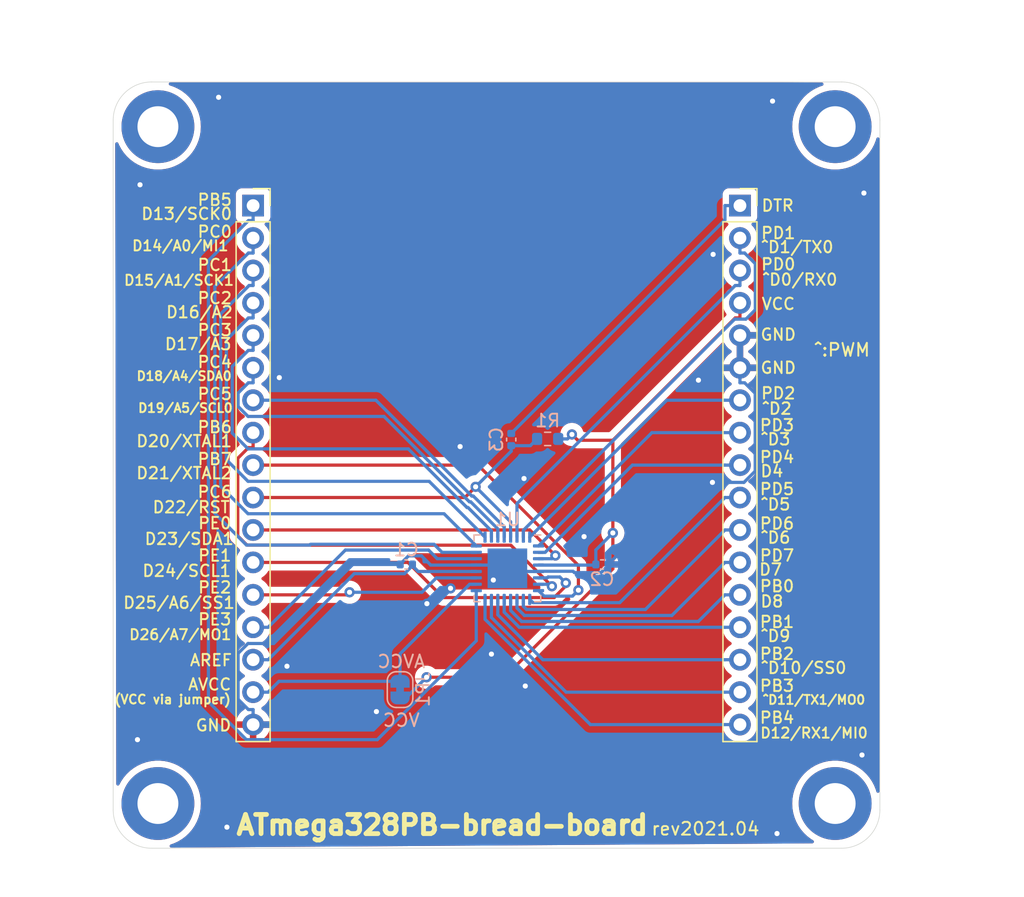
<source format=kicad_pcb>
(kicad_pcb (version 20221018) (generator pcbnew)
  (layers (0 "F.Cu" signal) (31 "B.Cu" signal) (34 "B.Paste" user) (35 "F.Paste" user) (36 "B.SilkS" user "B.Silkscreen") (37 "F.SilkS" user "F.Silkscreen") (38 "B.Mask" user) (39 "F.Mask" user) (44 "Edge.Cuts" user))
  (net 0 "")
  (net 1 "GND")
  (net 2 "/aref")
  (net 3 "VCC")
  (net 4 "/pb4")
  (net 5 "/pb3")
  (net 6 "/pb2")
  (net 7 "/pb1")
  (net 8 "/pb0")
  (net 9 "/pd7")
  (net 10 "/pd6")
  (net 11 "/pd5")
  (net 12 "/pd4")
  (net 13 "/pd3")
  (net 14 "/pd2")
  (net 15 "/pd1")
  (net 16 "/pd0")
  (net 17 "/pb6")
  (net 18 "/pe3")
  (net 19 "/pe2")
  (net 20 "/pe1")
  (net 21 "/pe0")
  (net 22 "/pc6")
  (net 23 "/pb7")
  (net 24 "/pc5")
  (net 25 "/pc4")
  (net 26 "/pc3")
  (net 27 "/pc2")
  (net 28 "/pc1")
  (net 29 "/pc0")
  (net 30 "/pb5")
  (net 31 "/avcc")
  (net 32 "/DTR")
  (footprint "Connector_PinSocket_2.54mm:PinSocket_1x17_P2.54mm_Vertical" (layer "F.Cu") (at 149.05 59.68)
    (fp_text reference "J1" hide)
    (fp_text value "Conn_01x17")
    (fp_line (start -1.33 1.27) (end -1.33 41.97) (stroke (width 0.12)) (layer "F.SilkS"))
    (fp_line (start -1.33 1.27) (end 1.33 1.27) (stroke (width 0.12)) (layer "F.SilkS"))
    (fp_line (start -1.33 41.97) (end 1.33 41.97) (stroke (width 0.12)) (layer "F.SilkS"))
    (fp_line (start 0 -1.33) (end 1.33 -1.33) (stroke (width 0.12)) (layer "F.SilkS"))
    (fp_line (start 1.33 -1.33) (end 1.33 0) (stroke (width 0.12)) (layer "F.SilkS"))
    (fp_line (start 1.33 1.27) (end 1.33 41.97) (stroke (width 0.12)) (layer "F.SilkS"))
    (pad "1" thru_hole rect (at 0 0) (size 1.7 1.7) (drill 1) (layers "*.Cu" "*.Mask") (net 32 "/DTR"))
    (pad "2" thru_hole oval (at 0 2.54) (size 1.7 1.7) (drill 1) (layers "*.Cu" "*.Mask") (net 15 "/pd1"))
    (pad "3" thru_hole oval (at 0 5.08) (size 1.7 1.7) (drill 1) (layers "*.Cu" "*.Mask") (net 16 "/pd0"))
    (pad "4" thru_hole oval (at 0 7.62) (size 1.7 1.7) (drill 1) (layers "*.Cu" "*.Mask") (net 3 "VCC"))
    (pad "5" thru_hole oval (at 0 10.16) (size 1.7 1.7) (drill 1) (layers "*.Cu" "*.Mask") (net 1 "GND"))
    (pad "6" thru_hole oval (at 0 12.7) (size 1.7 1.7) (drill 1) (layers "*.Cu" "*.Mask") (net 1 "GND"))
    (pad "7" thru_hole oval (at 0 15.24) (size 1.7 1.7) (drill 1) (layers "*.Cu" "*.Mask") (net 14 "/pd2"))
    (pad "8" thru_hole oval (at 0 17.78) (size 1.7 1.7) (drill 1) (layers "*.Cu" "*.Mask") (net 13 "/pd3"))
    (pad "9" thru_hole oval (at 0 20.32) (size 1.7 1.7) (drill 1) (layers "*.Cu" "*.Mask") (net 12 "/pd4"))
    (pad "10" thru_hole oval (at 0 22.86) (size 1.7 1.7) (drill 1) (layers "*.Cu" "*.Mask") (net 11 "/pd5"))
    (pad "11" thru_hole oval (at 0 25.4) (size 1.7 1.7) (drill 1) (layers "*.Cu" "*.Mask") (net 10 "/pd6"))
    (pad "12" thru_hole oval (at 0 27.94) (size 1.7 1.7) (drill 1) (layers "*.Cu" "*.Mask") (net 9 "/pd7"))
    (pad "13" thru_hole oval (at 0 30.48) (size 1.7 1.7) (drill 1) (layers "*.Cu" "*.Mask") (net 8 "/pb0"))
    (pad "14" thru_hole oval (at 0 33.02) (size 1.7 1.7) (drill 1) (layers "*.Cu" "*.Mask") (net 7 "/pb1"))
    (pad "15" thru_hole oval (at 0 35.56) (size 1.7 1.7) (drill 1) (layers "*.Cu" "*.Mask") (net 6 "/pb2"))
    (pad "16" thru_hole oval (at 0 38.1) (size 1.7 1.7) (drill 1) (layers "*.Cu" "*.Mask") (net 5 "/pb3"))
    (pad "17" thru_hole oval (at 0 40.64) (size 1.7 1.7) (drill 1) (layers "*.Cu" "*.Mask") (net 4 "/pb4"))
  )
  (footprint "Connector_PinSocket_2.54mm:PinSocket_1x17_P2.54mm_Vertical" (layer "F.Cu") (at 110.95 59.68)
    (fp_text reference "J2" hide)
    (fp_text value "Conn_01x17")
    (fp_line (start -1.33 1.27) (end -1.33 41.97) (stroke (width 0.12)) (layer "F.SilkS"))
    (fp_line (start -1.33 1.27) (end 1.33 1.27) (stroke (width 0.12)) (layer "F.SilkS"))
    (fp_line (start -1.33 41.97) (end 1.33 41.97) (stroke (width 0.12)) (layer "F.SilkS"))
    (fp_line (start 0 -1.33) (end 1.33 -1.33) (stroke (width 0.12)) (layer "F.SilkS"))
    (fp_line (start 1.33 -1.33) (end 1.33 0) (stroke (width 0.12)) (layer "F.SilkS"))
    (fp_line (start 1.33 1.27) (end 1.33 41.97) (stroke (width 0.12)) (layer "F.SilkS"))
    (pad "1" thru_hole rect (at 0 0) (size 1.7 1.7) (drill 1) (layers "*.Cu" "*.Mask") (net 30 "/pb5"))
    (pad "2" thru_hole oval (at 0 2.54) (size 1.7 1.7) (drill 1) (layers "*.Cu" "*.Mask") (net 29 "/pc0"))
    (pad "3" thru_hole oval (at 0 5.08) (size 1.7 1.7) (drill 1) (layers "*.Cu" "*.Mask") (net 28 "/pc1"))
    (pad "4" thru_hole oval (at 0 7.62) (size 1.7 1.7) (drill 1) (layers "*.Cu" "*.Mask") (net 27 "/pc2"))
    (pad "5" thru_hole oval (at 0 10.16) (size 1.7 1.7) (drill 1) (layers "*.Cu" "*.Mask") (net 26 "/pc3"))
    (pad "6" thru_hole oval (at 0 12.7) (size 1.7 1.7) (drill 1) (layers "*.Cu" "*.Mask") (net 25 "/pc4"))
    (pad "7" thru_hole oval (at 0 15.24) (size 1.7 1.7) (drill 1) (layers "*.Cu" "*.Mask") (net 24 "/pc5"))
    (pad "8" thru_hole oval (at 0 17.78) (size 1.7 1.7) (drill 1) (layers "*.Cu" "*.Mask") (net 17 "/pb6"))
    (pad "9" thru_hole oval (at 0 20.32) (size 1.7 1.7) (drill 1) (layers "*.Cu" "*.Mask") (net 23 "/pb7"))
    (pad "10" thru_hole oval (at 0 22.86) (size 1.7 1.7) (drill 1) (layers "*.Cu" "*.Mask") (net 22 "/pc6"))
    (pad "11" thru_hole oval (at 0 25.4) (size 1.7 1.7) (drill 1) (layers "*.Cu" "*.Mask") (net 21 "/pe0"))
    (pad "12" thru_hole oval (at 0 27.94) (size 1.7 1.7) (drill 1) (layers "*.Cu" "*.Mask") (net 20 "/pe1"))
    (pad "13" thru_hole oval (at 0 30.48) (size 1.7 1.7) (drill 1) (layers "*.Cu" "*.Mask") (net 19 "/pe2"))
    (pad "14" thru_hole oval (at 0 33.02) (size 1.7 1.7) (drill 1) (layers "*.Cu" "*.Mask") (net 18 "/pe3"))
    (pad "15" thru_hole oval (at 0 35.56) (size 1.7 1.7) (drill 1) (layers "*.Cu" "*.Mask") (net 2 "/aref"))
    (pad "16" thru_hole oval (at 0 38.1) (size 1.7 1.7) (drill 1) (layers "*.Cu" "*.Mask") (net 31 "/avcc"))
    (pad "17" thru_hole oval (at 0 40.64) (size 1.7 1.7) (drill 1) (layers "*.Cu" "*.Mask") (net 1 "GND"))
  )
  (footprint "MountingHole:MountingHole_3.2mm_M3_ISO7380_Pad" (layer "F.Cu") (at 103.5 106.5)
    (fp_text reference "REF1" hide)
    (fp_text value "MountingHole_3.2mm_M3_ISO7380_Pad" hide)
    (pad "1" thru_hole circle (at 0 0) (size 5.7 5.7) (drill 3.2) (layers "*.Cu" "*.Mask"))
  )
  (footprint "MountingHole:MountingHole_3.2mm_M3_ISO7380_Pad" (layer "F.Cu") (at 103.5 53.5)
    (fp_text reference "REF4" hide)
    (fp_text value "MountingHole_3.2mm_M3_ISO7380_Pad" hide)
    (pad "1" thru_hole circle (at 0 0) (size 5.7 5.7) (drill 3.2) (layers "*.Cu" "*.Mask"))
  )
  (footprint "MountingHole:MountingHole_3.2mm_M3_ISO7380_Pad" (layer "F.Cu") (at 156.5 106.5)
    (fp_text reference "REF2" hide)
    (fp_text value "MountingHole_3.2mm_M3_ISO7380_Pad")
    (pad "1" thru_hole circle (at 0 0) (size 5.7 5.7) (drill 3.2) (layers "*.Cu" "*.Mask"))
  )
  (footprint "MountingHole:MountingHole_3.2mm_M3_ISO7380_Pad" (layer "F.Cu") (at 156.5 53.5)
    (fp_text reference "REF3" hide)
    (fp_text value "MountingHole_3.2mm_M3_ISO7380_Pad" hide)
    (pad "1" thru_hole circle (at 0 0) (size 5.7 5.7) (drill 3.2) (layers "*.Cu" "*.Mask"))
  )
  (footprint "Capacitor_SMD:C_0402_1005Metric" (layer "B.Cu") (at 122.938 87.78 180)
    (fp_text reference "C1" (at 0 1.16) (layer "B.SilkS") (effects (justify mirror)))
    (fp_text value "0.1uf")
    (fp_line (start -0.107836 -0.36) (end 0.107836 -0.36) (stroke (width 0.12)) (layer "B.SilkS"))
    (fp_line (start -0.107836 0.36) (end 0.107836 0.36) (stroke (width 0.12)) (layer "B.SilkS"))
    (pad "1" smd roundrect (at -0.48 0 180) (size 0.56 0.62) (layers "B.Cu" "B.Paste" "B.Mask") (net 2 "/aref"))
    (pad "2" smd roundrect (at 0.48 0 180) (size 0.56 0.62) (layers "B.Cu" "B.Paste" "B.Mask") (net 1 "GND"))
  )
  (footprint "Capacitor_SMD:C_0402_1005Metric" (layer "B.Cu") (at 138.25 87.78)
    (fp_text reference "C2" (at 0 1.16) (layer "B.SilkS") (effects (justify mirror)))
    (fp_text value "0.1uf")
    (fp_line (start -0.107836 -0.36) (end 0.107836 -0.36) (stroke (width 0.12)) (layer "B.SilkS"))
    (fp_line (start -0.107836 0.36) (end 0.107836 0.36) (stroke (width 0.12)) (layer "B.SilkS"))
    (pad "1" smd roundrect (at -0.48 0) (size 0.56 0.62) (layers "B.Cu" "B.Paste" "B.Mask") (net 3 "VCC"))
    (pad "2" smd roundrect (at 0.48 0) (size 0.56 0.62) (layers "B.Cu" "B.Paste" "B.Mask") (net 1 "GND"))
  )
  (footprint "Jumper:SolderJumper-2_P1.3mm_Bridged_RoundedPad1.0x1.5mm" (layer "B.Cu") (at 122.45 97.58 90)
    (fp_text reference "JP1" (at 0 1.8 90) (layer "B.SilkS") (effects (justify mirror)))
    (fp_text value "NC")
    (fp_poly (pts (xy 0.25 0.3) (xy -0.25 0.3) (xy -0.25 -0.3) (xy 0.25 -0.3)) (fill solid) (layer "B.Cu"))
    (fp_line (start -1.4 -0.3) (end -1.4 0.3) (stroke (width 0.12)) (layer "B.SilkS"))
    (fp_line (start -0.7 1) (end 0.7 1) (stroke (width 0.12)) (layer "B.SilkS"))
    (fp_line (start 0.7 -1) (end -0.7 -1) (stroke (width 0.12)) (layer "B.SilkS"))
    (fp_line (start 1.4 0.3) (end 1.4 -0.3) (stroke (width 0.12)) (layer "B.SilkS"))
    (fp_arc (start -1.4 -0.3) (mid -1.194975 -0.794975) (end -0.7 -1) (stroke (width 0.12)) (layer "B.SilkS"))
    (fp_arc (start -0.7 1) (mid -1.194975 0.794975) (end -1.4 0.3) (stroke (width 0.12)) (layer "B.SilkS"))
    (fp_arc (start 0.7 -1) (mid 1.194975 -0.794975) (end 1.4 -0.3) (stroke (width 0.12)) (layer "B.SilkS"))
    (fp_arc (start 1.4 0.3) (mid 1.194975 0.794975) (end 0.7 1) (stroke (width 0.12)) (layer "B.SilkS"))
    (pad "1" smd custom (at -0.65 0 90) (size 1 0.5) (layers "B.Cu" "B.Mask") (net 3 "VCC") (options (clearance outline) (anchor rect)) (primitives (gr_circle (center 0 -0.25) (end 0.5 -0.25) (width 0) (fill yes)) (gr_circle (center 0 0.25) (end 0.5 0.25) (width 0) (fill yes)) (gr_poly (pts (xy 0 0.75) (xy 0.5 0.75) (xy 0.5 -0.75) (xy 0 -0.75)) (width 0) (fill yes))))
    (pad "2" smd custom (at 0.65 0 90) (size 1 0.5) (layers "B.Cu" "B.Mask") (net 31 "/avcc") (options (clearance outline) (anchor rect)) (primitives (gr_circle (center 0 -0.25) (end 0.5 -0.25) (width 0) (fill yes)) (gr_circle (center 0 0.25) (end 0.5 0.25) (width 0) (fill yes)) (gr_poly (pts (xy 0 0.75) (xy -0.5 0.75) (xy -0.5 -0.75) (xy 0 -0.75)) (width 0) (fill yes))))
  )
  (footprint "Package_DFN_QFN:QFN-32-1EP_5x5mm_P0.5mm_EP3.1x3.1mm" (layer "B.Cu") (at 130.85 88.08 180)
    (fp_text reference "U1" (at 0 3.82) (layer "B.SilkS") (effects (justify mirror)))
    (fp_text value "ATmega328PB-MU")
    (fp_line (start -2.61 -2.61) (end -2.61 -2.135) (stroke (width 0.12)) (layer "B.SilkS"))
    (fp_line (start -2.135 -2.61) (end -2.61 -2.61) (stroke (width 0.12)) (layer "B.SilkS"))
    (fp_line (start -2.135 2.61) (end -2.61 2.61) (stroke (width 0.12)) (layer "B.SilkS"))
    (fp_line (start 2.135 -2.61) (end 2.61 -2.61) (stroke (width 0.12)) (layer "B.SilkS"))
    (fp_line (start 2.135 2.61) (end 2.61 2.61) (stroke (width 0.12)) (layer "B.SilkS"))
    (fp_line (start 2.61 -2.61) (end 2.61 -2.135) (stroke (width 0.12)) (layer "B.SilkS"))
    (fp_line (start 2.61 2.61) (end 2.61 2.135) (stroke (width 0.12)) (layer "B.SilkS"))
    (pad "1" smd roundrect (at -2.4375 1.75 180) (size 0.875 0.25) (layers "B.Cu" "B.Paste" "B.Mask") (net 13 "/pd3"))
    (pad "2" smd roundrect (at -2.4375 1.25 180) (size 0.875 0.25) (layers "B.Cu" "B.Paste" "B.Mask") (net 12 "/pd4"))
    (pad "3" smd roundrect (at -2.4375 0.75 180) (size 0.875 0.25) (layers "B.Cu" "B.Paste" "B.Mask") (net 21 "/pe0"))
    (pad "4" smd roundrect (at -2.4375 0.25 180) (size 0.875 0.25) (layers "B.Cu" "B.Paste" "B.Mask") (net 3 "VCC"))
    (pad "5" smd roundrect (at -2.4375 -0.25 180) (size 0.875 0.25) (layers "B.Cu" "B.Paste" "B.Mask") (net 1 "GND"))
    (pad "6" smd roundrect (at -2.4375 -0.75 180) (size 0.875 0.25) (layers "B.Cu" "B.Paste" "B.Mask") (net 20 "/pe1"))
    (pad "7" smd roundrect (at -2.4375 -1.25 180) (size 0.875 0.25) (layers "B.Cu" "B.Paste" "B.Mask") (net 17 "/pb6"))
    (pad "8" smd roundrect (at -2.4375 -1.75 180) (size 0.875 0.25) (layers "B.Cu" "B.Paste" "B.Mask") (net 23 "/pb7"))
    (pad "9" smd roundrect (at -1.75 -2.4375 180) (size 0.25 0.875) (layers "B.Cu" "B.Paste" "B.Mask") (net 11 "/pd5"))
    (pad "10" smd roundrect (at -1.25 -2.4375 180) (size 0.25 0.875) (layers "B.Cu" "B.Paste" "B.Mask") (net 10 "/pd6"))
    (pad "11" smd roundrect (at -0.75 -2.4375 180) (size 0.25 0.875) (layers "B.Cu" "B.Paste" "B.Mask") (net 9 "/pd7"))
    (pad "12" smd roundrect (at -0.25 -2.4375 180) (size 0.25 0.875) (layers "B.Cu" "B.Paste" "B.Mask") (net 8 "/pb0"))
    (pad "13" smd roundrect (at 0.25 -2.4375 180) (size 0.25 0.875) (layers "B.Cu" "B.Paste" "B.Mask") (net 7 "/pb1"))
    (pad "14" smd roundrect (at 0.75 -2.4375 180) (size 0.25 0.875) (layers "B.Cu" "B.Paste" "B.Mask") (net 6 "/pb2"))
    (pad "15" smd roundrect (at 1.25 -2.4375 180) (size 0.25 0.875) (layers "B.Cu" "B.Paste" "B.Mask") (net 5 "/pb3"))
    (pad "16" smd roundrect (at 1.75 -2.4375 180) (size 0.25 0.875) (layers "B.Cu" "B.Paste" "B.Mask") (net 4 "/pb4"))
    (pad "17" smd roundrect (at 2.4375 -1.75 180) (size 0.875 0.25) (layers "B.Cu" "B.Paste" "B.Mask") (net 30 "/pb5"))
    (pad "18" smd roundrect (at 2.4375 -1.25 180) (size 0.875 0.25) (layers "B.Cu" "B.Paste" "B.Mask") (net 31 "/avcc"))
    (pad "19" smd roundrect (at 2.4375 -0.75 180) (size 0.875 0.25) (layers "B.Cu" "B.Paste" "B.Mask") (net 19 "/pe2"))
    (pad "20" smd roundrect (at 2.4375 -0.25 180) (size 0.875 0.25) (layers "B.Cu" "B.Paste" "B.Mask") (net 2 "/aref"))
    (pad "21" smd roundrect (at 2.4375 0.25 180) (size 0.875 0.25) (layers "B.Cu" "B.Paste" "B.Mask") (net 1 "GND"))
    (pad "22" smd roundrect (at 2.4375 0.75 180) (size 0.875 0.25) (layers "B.Cu" "B.Paste" "B.Mask") (net 18 "/pe3"))
    (pad "23" smd roundrect (at 2.4375 1.25 180) (size 0.875 0.25) (layers "B.Cu" "B.Paste" "B.Mask") (net 29 "/pc0"))
    (pad "24" smd roundrect (at 2.4375 1.75 180) (size 0.875 0.25) (layers "B.Cu" "B.Paste" "B.Mask") (net 28 "/pc1"))
    (pad "25" smd roundrect (at 1.75 2.4375 180) (size 0.25 0.875) (layers "B.Cu" "B.Paste" "B.Mask") (net 27 "/pc2"))
    (pad "26" smd roundrect (at 1.25 2.4375 180) (size 0.25 0.875) (layers "B.Cu" "B.Paste" "B.Mask") (net 26 "/pc3"))
    (pad "27" smd roundrect (at 0.75 2.4375 180) (size 0.25 0.875) (layers "B.Cu" "B.Paste" "B.Mask") (net 25 "/pc4"))
    (pad "28" smd roundrect (at 0.25 2.4375 180) (size 0.25 0.875) (layers "B.Cu" "B.Paste" "B.Mask") (net 24 "/pc5"))
    (pad "29" smd roundrect (at -0.25 2.4375 180) (size 0.25 0.875) (layers "B.Cu" "B.Paste" "B.Mask") (net 22 "/pc6"))
    (pad "30" smd roundrect (at -0.75 2.4375 180) (size 0.25 0.875) (layers "B.Cu" "B.Paste" "B.Mask") (net 16 "/pd0"))
    (pad "31" smd roundrect (at -1.25 2.4375 180) (size 0.25 0.875) (layers "B.Cu" "B.Paste" "B.Mask") (net 15 "/pd1"))
    (pad "32" smd roundrect (at -1.75 2.4375 180) (size 0.25 0.875) (layers "B.Cu" "B.Paste" "B.Mask") (net 14 "/pd2"))
    (pad "33" smd rect (at 0 0 180) (size 3.1 3.1) (layers "B.Cu" "B.Mask") (net 1 "GND"))
  )
  (footprint "Capacitor_SMD:C_0402_1005Metric" (layer "B.Cu") (at 131.15 78 -90)
    (fp_text reference "C3" (at 0 1.16 90) (layer "B.SilkS") (effects (justify mirror)))
    (fp_text value "0.1uf")
    (fp_line (start -0.107836 -0.36) (end 0.107836 -0.36) (stroke (width 0.12)) (layer "B.SilkS"))
    (fp_line (start -0.107836 0.36) (end 0.107836 0.36) (stroke (width 0.12)) (layer "B.SilkS"))
    (pad "1" smd roundrect (at -0.48 0 270) (size 0.56 0.62) (layers "B.Cu" "B.Paste" "B.Mask") (net 32 "/DTR"))
    (pad "2" smd roundrect (at 0.48 0 270) (size 0.56 0.62) (layers "B.Cu" "B.Paste" "B.Mask") (net 22 "/pc6"))
  )
  (footprint "Resistor_SMD:R_0603_1608Metric" (layer "B.Cu") (at 134 77.95 180)
    (fp_text reference "R1" (at 0 1.43) (layer "B.SilkS") (effects (justify mirror)))
    (fp_text value "10k")
    (fp_line (start -0.237258 -0.5225) (end 0.237258 -0.5225) (stroke (width 0.12)) (layer "B.SilkS"))
    (fp_line (start -0.237258 0.5225) (end 0.237258 0.5225) (stroke (width 0.12)) (layer "B.SilkS"))
    (pad "1" smd roundrect (at -0.825 0 180) (size 0.8 0.95) (layers "B.Cu" "B.Paste" "B.Mask") (net 3 "VCC"))
    (pad "2" smd roundrect (at 0.825 0 180) (size 0.8 0.95) (layers "B.Cu" "B.Paste" "B.Mask") (net 22 "/pc6"))
  )
  (gr_arc (start 103 110) (mid 100.87868 109.12132) (end 100 107) (stroke (width 0.05)) (layer "Edge.Cuts"))
  (gr_line (start 103 110) (end 157 110) (stroke (width 0.05)) (layer "Edge.Cuts"))
  (gr_arc (start 100 53) (mid 100.87868 50.87868) (end 103 50) (stroke (width 0.05)) (layer "Edge.Cuts"))
  (gr_arc (start 160 107) (mid 159.12132 109.12132) (end 157 110) (stroke (width 0.05)) (layer "Edge.Cuts"))
  (gr_line (start 160 107) (end 160 53) (stroke (width 0.05)) (layer "Edge.Cuts"))
  (gr_arc (start 157 50) (mid 159.12132 50.87868) (end 160 53) (stroke (width 0.05)) (layer "Edge.Cuts"))
  (gr_line (start 157 50) (end 103 50) (stroke (width 0.05)) (layer "Edge.Cuts"))
  (gr_line (start 100 53) (end 100 107) (stroke (width 0.05)) (layer "Edge.Cuts"))
  (gr_text "VCC" (at 122.55 99.98) (layer "B.SilkS") (effects (font (size 1 1)) (justify mirror)))
  (gr_text "AVCC" (at 122.55 95.38) (layer "B.SilkS") (effects (font (size 1 1)) (justify mirror)))
  (gr_text "^D3" (at 151.85 77.98) (layer "F.SilkS") (effects (font (size 0.9 0.9))))
  (gr_text "GND" (at 107.85 100.38) (layer "F.SilkS") (effects (font (size 0.9 0.9))))
  (gr_text "DTR" (at 152 59.68) (layer "F.SilkS") (effects (font (size 0.9 0.9))))
  (gr_text "PB6" (at 107.95 77.03) (layer "F.SilkS") (effects (font (size 0.9 0.9))))
  (gr_text "D8" (at 151.55 90.68) (layer "F.SilkS") (effects (font (size 0.9 0.9))))
  (gr_text "PB5" (at 107.95 59.23) (layer "F.SilkS") (effects (font (size 0.9 0.9))))
  (gr_text "PC2" (at 107.95 66.93) (layer "F.SilkS") (effects (font (size 0.9 0.9))))
  (gr_text "PD5" (at 151.95 81.88) (layer "F.SilkS") (effects (font (size 0.9 0.9))))
  (gr_text "^D9" (at 151.85 93.38) (layer "F.SilkS") (effects (font (size 0.9 0.9))))
  (gr_text "D25/A6/SS1" (at 105.15 90.78) (layer "F.SilkS") (effects (font (size 0.9 0.9))))
  (gr_text "D26/A7/MO1" (at 105.25 93.28) (layer "F.SilkS") (effects (font (size 0.8 0.8))))
  (gr_text "PC5" (at 107.95 74.43) (layer "F.SilkS") (effects (font (size 0.9 0.9))))
  (gr_text "PD7" (at 151.95 87.08) (layer "F.SilkS") (effects (font (size 0.9 0.9))))
  (gr_text "PB0" (at 151.95 89.48) (layer "F.SilkS") (effects (font (size 0.9 0.9))))
  (gr_text "PC4" (at 107.95 71.93) (layer "F.SilkS") (effects (font (size 0.9 0.9))))
  (gr_text "^D6" (at 151.85 85.68) (layer "F.SilkS") (effects (font (size 0.9 0.9))))
  (gr_text "D17/A3" (at 106.65 70.53) (layer "F.SilkS") (effects (font (size 0.9 0.9))))
  (gr_text "PD1" (at 152.05 61.83) (layer "F.SilkS") (effects (font (size 0.9 0.9))))
  (gr_text "^D10/SS0" (at 154.05 95.88) (layer "F.SilkS") (effects (font (size 0.9 0.9))))
  (gr_text "PB3" (at 151.95 97.28) (layer "F.SilkS") (effects (font (size 0.9 0.9))))
  (gr_text "AREF" (at 107.65 95.28) (layer "F.SilkS") (effects (font (size 0.9 0.9))))
  (gr_text "D22/RST" (at 106.1 83.3) (layer "F.SilkS") (effects (font (size 0.9 0.9))))
  (gr_text "PE2" (at 107.95 89.58) (layer "F.SilkS") (effects (font (size 0.9 0.9))))
  (gr_text "^D1/TX0" (at 153.55 62.93) (layer "F.SilkS") (effects (font (size 0.9 0.9))))
  (gr_text "AVCC" (at 107.55 97.18) (layer "F.SilkS") (effects (font (size 0.9 0.9))))
  (gr_text "^:PWM" (at 157.05 70.98) (layer "F.SilkS") (effects (font (size 1 1))))
  (gr_text "PE3" (at 107.95 92.08) (layer "F.SilkS") (effects (font (size 0.9 0.9))))
  (gr_text "PC3" (at 107.95 69.43) (layer "F.SilkS") (effects (font (size 0.9 0.9))))
  (gr_text "^D11/TX1/MO0" (at 154.85 98.38) (layer "F.SilkS") (effects (font (size 0.7 0.7))))
  (gr_text "D4" (at 151.55 80.48) (layer "F.SilkS") (effects (font (size 0.9 0.9))))
  (gr_text "PD2" (at 152.05 74.38) (layer "F.SilkS") (effects (font (size 0.9 0.9))))
  (gr_text "D7" (at 151.45 88.18) (layer "F.SilkS") (effects (font (size 0.9 0.9))))
  (gr_text "^D5" (at 151.85 83.08) (layer "F.SilkS") (effects (font (size 0.9 0.9))))
  (gr_text "rev2021.04" (at 146.35 108.48) (layer "F.SilkS") (effects (font (size 1 1))))
  (gr_text "GND" (at 152.05 72.38) (layer "F.SilkS") (effects (font (size 0.9 0.9))))
  (gr_text "D20/XTAL1" (at 105.55 78.13) (layer "F.SilkS") (effects (font (size 0.9 0.9))))
  (gr_text "D13/SCK0" (at 105.75 60.33) (layer "F.SilkS") (effects (font (size 0.9 0.9))))
  (gr_text "PD3" (at 151.95 76.88) (layer "F.SilkS") (effects (font (size 0.9 0.9))))
  (gr_text "PB2" (at 151.95 94.78) (layer "F.SilkS") (effects (font (size 0.9 0.9))))
  (gr_text "D12/RX1/MI0" (at 154.85 100.98) (layer "F.SilkS") (effects (font (size 0.8 0.8))))
  (gr_text "GND" (at 152.05 69.78) (layer "F.SilkS") (effects (font (size 0.9 0.9))))
  (gr_text "D16/A2" (at 106.75 68.03) (layer "F.SilkS") (effects (font (size 0.9 0.9))))
  (gr_text "PD0" (at 152.05 64.28) (layer "F.SilkS") (effects (font (size 0.9 0.9))))
  (gr_text "D14/A0/MI1" (at 105.25 62.83) (layer "F.SilkS") (effects (font (size 0.8 0.8))))
  (gr_text "PE1" (at 107.95 87.08) (layer "F.SilkS") (effects (font (size 0.9 0.9))))
  (gr_text "^D0/RX0" (at 153.75 65.48) (layer "F.SilkS") (effects (font (size 0.9 0.9))))
  (gr_text "D19/A5/SCL0" (at 105.65 75.53) (layer "F.SilkS") (effects (font (size 0.7 0.7))))
  (gr_text "PB7" (at 107.95 79.53) (layer "F.SilkS") (effects (font (size 0.9 0.9))))
  (gr_text "PD6" (at 151.95 84.58) (layer "F.SilkS") (effects (font (size 0.9 0.9))))
  (gr_text "ATmega328PB-bread-board" (at 125.75 108.18) (layer "F.SilkS") (effects (font (size 1.5 1.5) (thickness 0.375))))
  (gr_text "D18/A4/SDA0" (at 105.55 73.03) (layer "F.SilkS") (effects (font (size 0.7 0.7))))
  (gr_text "^D2" (at 151.95 75.58) (layer "F.SilkS") (effects (font (size 0.9 0.9))))
  (gr_text "PB1" (at 151.95 92.28) (layer "F.SilkS") (effects (font (size 0.9 0.9))))
  (gr_text "(VCC via jumper)" (at 104.65 98.35) (layer "F.SilkS") (effects (font (size 0.7 0.7))))
  (gr_text "PC6" (at 107.95 82.1) (layer "F.SilkS") (effects (font (size 0.9 0.9))))
  (gr_text "PB4" (at 151.95 99.78) (layer "F.SilkS") (effects (font (size 0.9 0.9))))
  (gr_text "PC1" (at 107.95 64.33) (layer "F.SilkS") (effects (font (size 0.9 0.9))))
  (gr_text "PE0" (at 107.95 84.55) (layer "F.SilkS") (effects (font (size 0.9 0.9))))
  (gr_text "D24/SCL1" (at 105.75 88.28) (layer "F.SilkS") (effects (font (size 0.9 0.9))))
  (gr_text "VCC" (at 152.05 67.38) (layer "F.SilkS") (effects (font (size 0.9 0.9))))
  (gr_text "D21/XTAL2" (at 105.55 80.63) (layer "F.SilkS") (effects (font (size 0.9 0.9))))
  (gr_text "D15/A1/SCK1" (at 105.15 65.53) (layer "F.SilkS") (effects (font (size 0.8 0.8))))
  (gr_text "PC0" (at 107.95 61.73) (layer "F.SilkS") (effects (font (size 0.9 0.9))))
  (gr_text "PD4" (at 151.95 79.38) (layer "F.SilkS") (effects (font (size 0.9 0.9))))
  (gr_text "D23/SDA1" (at 105.95 85.78) (layer "F.SilkS") (effects (font (size 0.9 0.9))))
  (segment (start 149.05 69.84) (end 149.05 72.38) (width 0.25) (layer "F.Cu") (net 1))
  (via (at 158.6 102.7) (size 0.8) (drill 0.4) (layers "F.Cu" "B.Cu") (net 1))
  (via (at 151.95 108.85) (size 0.8) (drill 0.4) (layers "F.Cu" "B.Cu") (net 1))
  (via (at 132.25 97.3) (size 0.8) (drill 0.4) (layers "F.Cu" "B.Cu") (net 1))
  (via (at 113 73.15) (size 0.8) (drill 0.4) (layers "F.Cu" "B.Cu") (net 1))
  (via (at 126.4 89.65) (size 0.8) (drill 0.4) (layers "F.Cu" "B.Cu") (net 1))
  (via (at 127.15 78.55) (size 0.8) (drill 0.4) (layers "F.Cu" "B.Cu") (net 1))
  (via (at 151.6 51.5) (size 0.8) (drill 0.4) (layers "F.Cu" "B.Cu") (net 1))
  (via (at 101.9 101.5) (size 0.8) (drill 0.4) (layers "F.Cu" "B.Cu") (net 1))
  (via (at 146.95 63.5) (size 0.8) (drill 0.4) (layers "F.Cu" "B.Cu") (net 1))
  (via (at 136.85 85.6) (size 0.8) (drill 0.4) (layers "F.Cu" "B.Cu") (net 1))
  (via (at 108.25 51.2) (size 0.8) (drill 0.4) (layers "F.Cu" "B.Cu") (net 1))
  (via (at 108.9 108.35) (size 0.8) (drill 0.4) (layers "F.Cu" "B.Cu") (net 1))
  (via (at 146.8958 81.3542) (size 0.8) (drill 0.4) (layers "F.Cu" "B.Cu") (net 1))
  (via (at 120.6 99.3) (size 0.8) (drill 0.4) (layers "F.Cu" "B.Cu") (net 1))
  (via (at 113.6 95.75) (size 0.8) (drill 0.4) (layers "F.Cu" "B.Cu") (net 1))
  (via (at 158.75 58.7) (size 0.8) (drill 0.4) (layers "F.Cu" "B.Cu") (net 1))
  (via (at 145.8 73.35) (size 0.8) (drill 0.4) (layers "F.Cu" "B.Cu") (net 1))
  (via (at 102.1 58.05) (size 0.8) (drill 0.4) (layers "F.Cu" "B.Cu") (net 1))
  (via (at 129.6 94.8) (size 0.8) (drill 0.4) (layers "F.Cu" "B.Cu") (net 1))
  (via (at 124.55 90.85) (size 0.8) (drill 0.4) (layers "F.Cu" "B.Cu") (net 1))
  (via (at 132.15 81.05) (size 0.8) (drill 0.4) (layers "F.Cu" "B.Cu") (net 1))
  (via (at 129.75 89) (size 0.8) (drill 0.4) (layers "F.Cu" "B.Cu") (net 1))
  (segment (start 146.8958 81.3542) (end 145.1558 81.3542) (width 0.25) (layer "B.Cu") (net 1))
  (segment (start 138.73 87.78) (end 138.73 87.8653) (width 0.25) (layer "B.Cu") (net 1))
  (segment (start 136.0939 88.4185) (end 135.9872 88.3118) (width 0.25) (layer "B.Cu") (net 1))
  (segment (start 109.7747 94.7437) (end 110.5484 93.97) (width 0.25) (layer "B.Cu") (net 1))
  (segment (start 124.8488 87.83) (end 128.4125 87.83) (width 0.25) (layer "B.Cu") (net 1))
  (segment (start 110.95 100.32) (end 110.95 99.1447) (width 0.25) (layer "B.Cu") (net 1))
  (segment (start 110.95 99.1447) (end 110.5826 99.1447) (width 0.25) (layer "B.Cu") (net 1))
  (segment (start 150.2436 74.3816) (end 150.2436 80.4722) (width 0.25) (layer "B.Cu") (net 1))
  (segment (start 149.05 73.5553) (end 149.4173 73.5553) (width 0.25) (layer "B.Cu") (net 1))
  (segment (start 138.73 87.8653) (end 138.1768 88.4185) (width 0.25) (layer "B.Cu") (net 1))
  (segment (start 124.1227 87.1039) (end 124.8488 87.83) (width 0.25) (layer "B.Cu") (net 1))
  (segment (start 122.458 87.7598) (end 123.1139 87.1039) (width 0.25) (layer "B.Cu") (net 1))
  (segment (start 149.3616 81.3542) (end 146.8958 81.3542) (width 0.25) (layer "B.Cu") (net 1))
  (segment (start 109.7747 98.3368) (end 109.7747 94.7437) (width 0.25) (layer "B.Cu") (net 1))
  (segment (start 135.9872 88.3118) (end 133.3057 88.3118) (width 0.25) (layer "B.Cu") (net 1))
  (segment (start 138.1768 88.4185) (end 136.0939 88.4185) (width 0.25) (layer "B.Cu") (net 1))
  (segment (start 145.1558 81.3542) (end 138.73 87.78) (width 0.25) (layer "B.Cu") (net 1))
  (segment (start 130.85 88.08) (end 131.1 88.33) (width 0.25) (layer "B.Cu") (net 1))
  (segment (start 131.1 88.33) (end 133.2875 88.33) (width 0.25) (layer "B.Cu") (net 1))
  (segment (start 110.5826 99.1447) (end 109.7747 98.3368) (width 0.25) (layer "B.Cu") (net 1))
  (segment (start 123.1139 87.1039) (end 124.1227 87.1039) (width 0.25) (layer "B.Cu") (net 1))
  (segment (start 112.562 93.97) (end 118.752 87.78) (width 0.25) (layer "B.Cu") (net 1))
  (segment (start 128.4125 87.83) (end 130.6 87.83) (width 0.25) (layer "B.Cu") (net 1))
  (segment (start 150.2436 80.4722) (end 149.3616 81.3542) (width 0.25) (layer "B.Cu") (net 1))
  (segment (start 149.4173 73.5553) (end 150.2436 74.3816) (width 0.25) (layer "B.Cu") (net 1))
  (segment (start 110.5484 93.97) (end 112.562 93.97) (width 0.25) (layer "B.Cu") (net 1))
  (segment (start 149.05 72.38) (end 149.05 73.5553) (width 0.25) (layer "B.Cu") (net 1))
  (segment (start 130.6 87.83) (end 130.85 88.08) (width 0.25) (layer "B.Cu") (net 1))
  (segment (start 122.458 87.78) (end 122.458 87.7598) (width 0.25) (layer "B.Cu") (net 1))
  (segment (start 133.3057 88.3118) (end 133.2875 88.33) (width 0.25) (layer "B.Cu") (net 1))
  (segment (start 118.752 87.78) (end 122.458 87.78) (width 0.25) (layer "B.Cu") (net 1))
  (segment (start 123.868 88.33) (end 128.4125 88.33) (width 0.25) (layer "B.Cu") (net 2))
  (segment (start 123.418 87.88) (end 123.418 87.78) (width 0.25) (layer "B.Cu") (net 2))
  (segment (start 122.7968 88.5012) (end 123.418 87.88) (width 0.25) (layer "B.Cu") (net 2))
  (segment (start 123.418 87.88) (end 123.868 88.33) (width 0.25) (layer "B.Cu") (net 2))
  (segment (start 118.8641 88.5012) (end 122.7968 88.5012) (width 0.25) (layer "B.Cu") (net 2))
  (segment (start 110.95 95.24) (end 112.1253 95.24) (width 0.25) (layer "B.Cu") (net 2))
  (segment (start 112.1253 95.24) (end 118.8641 88.5012) (width 0.25) (layer "B.Cu") (net 2))
  (segment (start 135.9 77.6) (end 136.3547 78.0547) (width 0.25) (layer "F.Cu") (net 3))
  (segment (start 130.6118 96.6136) (end 139.1033 88.1221) (width 0.25) (layer "F.Cu") (net 3))
  (segment (start 136.3547 78.0547) (end 139.1033 78.0547) (width 0.25) (layer "F.Cu") (net 3))
  (segment (start 149.05 67.3) (end 149.05 68.4753) (width 0.25) (layer "F.Cu") (net 3))
  (segment (start 139.1033 88.1221) (end 139.1033 85.313) (width 0.25) (layer "F.Cu") (net 3))
  (segment (start 149.05 68.4753) (end 148.6827 68.4753) (width 0.25) (layer "F.Cu") (net 3))
  (segment (start 124.5244 96.6136) (end 130.6118 96.6136) (width 0.25) (layer "F.Cu") (net 3))
  (segment (start 148.6827 68.4753) (end 139.1033 78.0547) (width 0.25) (layer "F.Cu") (net 3))
  (segment (start 139.1033 78.0547) (end 139.1033 85.313) (width 0.25) (layer "F.Cu") (net 3))
  (via (at 139.1033 85.313) (size 0.8) (drill 0.4) (layers "F.Cu" "B.Cu") (net 3))
  (via (at 124.5244 96.6136) (size 0.8) (drill 0.4) (layers "F.Cu" "B.Cu") (net 3))
  (via (at 135.9 77.6) (size 0.8) (drill 0.4) (layers "F.Cu" "B.Cu") (net 3))
  (segment (start 122.45 98.23) (end 122.908 98.23) (width 0.25) (layer "B.Cu") (net 3))
  (segment (start 134.825 77.95) (end 135.55 77.95) (width 0.25) (layer "B.Cu") (net 3))
  (segment (start 137.72 87.83) (end 133.2875 87.83) (width 0.25) (layer "B.Cu") (net 3))
  (segment (start 139.1033 85.313) (end 137.77 86.6463) (width 0.25) (layer "B.Cu") (net 3))
  (segment (start 137.77 86.6463) (end 137.77 87.78) (width 0.25) (layer "B.Cu") (net 3))
  (segment (start 135.55 77.95) (end 135.9 77.6) (width 0.25) (layer "B.Cu") (net 3))
  (segment (start 137.77 87.78) (end 137.72 87.83) (width 0.25) (layer "B.Cu") (net 3))
  (segment (start 122.908 98.23) (end 124.5244 96.6136) (width 0.25) (layer "B.Cu") (net 3))
  (segment (start 137.3473 100.32) (end 147.8747 100.32) (width 0.25) (layer "B.Cu") (net 4))
  (segment (start 149.05 100.32) (end 147.8747 100.32) (width 0.25) (layer "B.Cu") (net 4))
  (segment (start 129.1 90.5175) (end 129.1 92.0727) (width 0.25) (layer "B.Cu") (net 4))
  (segment (start 129.1 92.0727) (end 137.3473 100.32) (width 0.25) (layer "B.Cu") (net 4))
  (segment (start 135.4442 97.78) (end 147.8747 97.78) (width 0.25) (layer "B.Cu") (net 5))
  (segment (start 149.05 97.78) (end 147.8747 97.78) (width 0.25) (layer "B.Cu") (net 5))
  (segment (start 129.6 90.5175) (end 129.6 91.9358) (width 0.25) (layer "B.Cu") (net 5))
  (segment (start 129.6 91.9358) (end 135.4442 97.78) (width 0.25) (layer "B.Cu") (net 5))
  (segment (start 130.1 91.7188) (end 133.6212 95.24) (width 0.25) (layer "B.Cu") (net 6))
  (segment (start 130.1 90.5175) (end 130.1 91.7188) (width 0.25) (layer "B.Cu") (net 6))
  (segment (start 133.6212 95.24) (end 147.8747 95.24) (width 0.25) (layer "B.Cu") (net 6))
  (segment (start 149.05 95.24) (end 147.8747 95.24) (width 0.25) (layer "B.Cu") (net 6))
  (segment (start 149.05 92.7) (end 147.8747 92.7) (width 0.25) (layer "B.Cu") (net 7))
  (segment (start 131.7811 92.7) (end 147.8747 92.7) (width 0.25) (layer "B.Cu") (net 7))
  (segment (start 130.6 90.5175) (end 130.6 91.5189) (width 0.25) (layer "B.Cu") (net 7))
  (segment (start 130.6 91.5189) (end 131.7811 92.7) (width 0.25) (layer "B.Cu") (net 7))
  (segment (start 131.9601 92.2421) (end 145.7926 92.2421) (width 0.25) (layer "B.Cu") (net 8))
  (segment (start 145.7926 92.2421) (end 147.8747 90.16) (width 0.25) (layer "B.Cu") (net 8))
  (segment (start 131.1 91.382) (end 131.9601 92.2421) (width 0.25) (layer "B.Cu") (net 8))
  (segment (start 149.05 90.16) (end 147.8747 90.16) (width 0.25) (layer "B.Cu") (net 8))
  (segment (start 131.1 90.5175) (end 131.1 91.382) (width 0.25) (layer "B.Cu") (net 8))
  (segment (start 131.6 91.1924) (end 132.182 91.7744) (width 0.25) (layer "B.Cu") (net 9))
  (segment (start 143.7203 91.7744) (end 147.8747 87.62) (width 0.25) (layer "B.Cu") (net 9))
  (segment (start 132.182 91.7744) (end 143.7203 91.7744) (width 0.25) (layer "B.Cu") (net 9))
  (segment (start 149.05 87.62) (end 147.8747 87.62) (width 0.25) (layer "B.Cu") (net 9))
  (segment (start 131.6 90.5175) (end 131.6 91.1924) (width 0.25) (layer "B.Cu") (net 9))
  (segment (start 132.1 91.0555) (end 132.1 90.5175) (width 0.25) (layer "B.Cu") (net 10))
  (segment (start 147.8747 85.08) (end 141.6489 91.3058) (width 0.25) (layer "B.Cu") (net 10))
  (segment (start 149.05 85.08) (end 147.8747 85.08) (width 0.25) (layer "B.Cu") (net 10))
  (segment (start 141.6489 91.3058) (end 132.3503 91.3058) (width 0.25) (layer "B.Cu") (net 10))
  (segment (start 132.3503 91.3058) (end 132.1 91.0555) (width 0.25) (layer "B.Cu") (net 10))
  (segment (start 132.8534 90.7709) (end 132.6 90.5175) (width 0.25) (layer "B.Cu") (net 11))
  (segment (start 149.05 82.54) (end 147.8747 82.54) (width 0.25) (layer "B.Cu") (net 11))
  (segment (start 147.8747 82.54) (end 139.6438 90.7709) (width 0.25) (layer "B.Cu") (net 11))
  (segment (start 139.6438 90.7709) (end 132.8534 90.7709) (width 0.25) (layer "B.Cu") (net 11))
  (segment (start 149.05 80) (end 147.8747 80) (width 0.25) (layer "B.Cu") (net 12))
  (segment (start 140.635 80) (end 133.805 86.83) (width 0.25) (layer "B.Cu") (net 12))
  (segment (start 133.805 86.83) (end 133.2875 86.83) (width 0.25) (layer "B.Cu") (net 12))
  (segment (start 147.8747 80) (end 140.635 80) (width 0.25) (layer "B.Cu") (net 12))
  (segment (start 149.05 77.46) (end 147.8747 77.46) (width 0.25) (layer "B.Cu") (net 13))
  (segment (start 142.1575 77.46) (end 133.2875 86.33) (width 0.25) (layer "B.Cu") (net 13))
  (segment (start 147.8747 77.46) (end 142.1575 77.46) (width 0.25) (layer "B.Cu") (net 13))
  (segment (start 143.3225 74.92) (end 132.6 85.6425) (width 0.25) (layer "B.Cu") (net 14))
  (segment (start 147.8747 74.92) (end 143.3225 74.92) (width 0.25) (layer "B.Cu") (net 14))
  (segment (start 149.05 74.92) (end 147.8747 74.92) (width 0.25) (layer "B.Cu") (net 14))
  (segment (start 149.05 62.22) (end 149.05 63.3953) (width 0.25) (layer "B.Cu") (net 15))
  (segment (start 149.519 68.57) (end 148.6374 68.57) (width 0.25) (layer "B.Cu") (net 15))
  (segment (start 148.6374 68.57) (end 132.1 85.1074) (width 0.25) (layer "B.Cu") (net 15))
  (segment (start 150.2525 67.8365) (end 149.519 68.57) (width 0.25) (layer "B.Cu") (net 15))
  (segment (start 150.2525 64.2305) (end 150.2525 67.8365) (width 0.25) (layer "B.Cu") (net 15))
  (segment (start 149.4173 63.3953) (end 150.2525 64.2305) (width 0.25) (layer "B.Cu") (net 15))
  (segment (start 149.05 63.3953) (end 149.4173 63.3953) (width 0.25) (layer "B.Cu") (net 15))
  (segment (start 132.1 85.1074) (end 132.1 85.6425) (width 0.25) (layer "B.Cu") (net 15))
  (segment (start 131.6 83.018) (end 131.6 85.6425) (width 0.25) (layer "B.Cu") (net 16))
  (segment (start 149.05 64.76) (end 149.05 65.9353) (width 0.25) (layer "B.Cu") (net 16))
  (segment (start 149.05 65.9353) (end 148.6827 65.9353) (width 0.25) (layer "B.Cu") (net 16))
  (segment (start 148.6827 65.9353) (end 131.6 83.018) (width 0.25) (layer "B.Cu") (net 16))
  (segment (start 110.5827 78.6353) (end 109.7478 79.4702) (width 0.25) (layer "F.Cu") (net 17))
  (segment (start 109.7478 85.5431) (end 110.4749 86.2702) (width 0.25) (layer "F.Cu") (net 17))
  (segment (start 110.95 78.6353) (end 110.5827 78.6353) (width 0.25) (layer "F.Cu") (net 17))
  (segment (start 109.7478 79.4702) (end 109.7478 85.5431) (width 0.25) (layer "F.Cu") (net 17))
  (segment (start 110.4749 86.2702) (end 131.1171 86.2702) (width 0.25) (layer "F.Cu") (net 17))
  (segment (start 131.1171 86.2702) (end 134.3343 89.4874) (width 0.25) (layer "F.Cu") (net 17))
  (segment (start 110.95 77.46) (end 110.95 78.6353) (width 0.25) (layer "F.Cu") (net 17))
  (via (at 134.3343 89.4874) (size 0.8) (drill 0.4) (layers "F.Cu" "B.Cu") (net 17))
  (segment (start 134.1769 89.33) (end 133.2875 89.33) (width 0.25) (layer "B.Cu") (net 17))
  (segment (start 134.3343 89.4874) (end 134.1769 89.33) (width 0.25) (layer "B.Cu") (net 17))
  (segment (start 110.95 92.7) (end 112.1253 92.7) (width 0.25) (layer "B.Cu") (net 18))
  (segment (start 112.1253 92.7) (end 118.1718 86.6535) (width 0.25) (layer "B.Cu") (net 18))
  (segment (start 118.1718 86.6535) (end 124.6826 86.6535) (width 0.25) (layer "B.Cu") (net 18))
  (segment (start 124.6826 86.6535) (end 125.3591 87.33) (width 0.25) (layer "B.Cu") (net 18))
  (segment (start 125.3591 87.33) (end 128.4125 87.33) (width 0.25) (layer "B.Cu") (net 18))
  (segment (start 110.95 90.16) (end 118.2937 90.16) (width 0.25) (layer "F.Cu") (net 19))
  (segment (start 118.2937 90.16) (end 118.4969 89.9568) (width 0.25) (layer "F.Cu") (net 19))
  (via (at 118.4969 89.9568) (size 0.8) (drill 0.4) (layers "F.Cu" "B.Cu") (net 19))
  (segment (start 124.1636 89.9568) (end 118.4969 89.9568) (width 0.25) (layer "B.Cu") (net 19))
  (segment (start 128.4125 88.83) (end 125.2904 88.83) (width 0.25) (layer "B.Cu") (net 19))
  (segment (start 125.2904 88.83) (end 124.1636 89.9568) (width 0.25) (layer "B.Cu") (net 19))
  (segment (start 134.507399 90.375001) (end 135.42 89.4624) (width 0.25) (layer "F.Cu") (net 20))
  (segment (start 135.42 89.4624) (end 135.42 89.2293) (width 0.25) (layer "F.Cu") (net 20))
  (segment (start 123.0669 87.62) (end 125.821901 90.375001) (width 0.25) (layer "F.Cu") (net 20))
  (segment (start 110.95 87.62) (end 123.0669 87.62) (width 0.25) (layer "F.Cu") (net 20))
  (segment (start 125.821901 90.375001) (end 134.507399 90.375001) (width 0.25) (layer "F.Cu") (net 20))
  (via (at 135.42 89.2293) (size 0.8) (drill 0.4) (layers "F.Cu" "B.Cu") (net 20))
  (segment (start 135.42 89.2293) (end 134.9528 88.7621) (width 0.25) (layer "B.Cu") (net 20))
  (segment (start 134.9528 88.7621) (end 134.0339 88.7621) (width 0.25) (layer "B.Cu") (net 20))
  (segment (start 134.0339 88.7621) (end 133.966 88.83) (width 0.25) (layer "B.Cu") (net 20))
  (segment (start 133.966 88.83) (end 133.2875 88.83) (width 0.25) (layer "B.Cu") (net 20))
  (segment (start 110.95 85.08) (end 112.1253 85.08) (width 0.25) (layer "F.Cu") (net 21))
  (segment (start 112.1253 85.08) (end 132.6032 85.08) (width 0.25) (layer "F.Cu") (net 21))
  (segment (start 132.6032 85.08) (end 134.6042 87.081) (width 0.25) (layer "F.Cu") (net 21))
  (via (at 134.6042 87.081) (size 0.8) (drill 0.4) (layers "F.Cu" "B.Cu") (net 21))
  (segment (start 133.2875 87.33) (end 134.3552 87.33) (width 0.25) (layer "B.Cu") (net 21))
  (segment (start 134.3552 87.33) (end 134.6042 87.081) (width 0.25) (layer "B.Cu") (net 21))
  (segment (start 127.5225 82.54) (end 128.3634 81.6991) (width 0.25) (layer "F.Cu") (net 22))
  (segment (start 110.95 82.54) (end 127.5225 82.54) (width 0.25) (layer "F.Cu") (net 22))
  (via (at 128.3634 81.6991) (size 0.8) (drill 0.4) (layers "F.Cu" "B.Cu") (net 22))
  (segment (start 128.3634 81.6991) (end 131.15 78.9125) (width 0.25) (layer "B.Cu") (net 22))
  (segment (start 132.645 78.48) (end 133.175 77.95) (width 0.25) (layer "B.Cu") (net 22))
  (segment (start 131.15 78.9125) (end 131.15 78.48) (width 0.25) (layer "B.Cu") (net 22))
  (segment (start 131.15 78.48) (end 132.645 78.48) (width 0.25) (layer "B.Cu") (net 22))
  (segment (start 131.1 84.4357) (end 131.1 85.6425) (width 0.25) (layer "B.Cu") (net 22))
  (segment (start 128.3634 81.6991) (end 131.1 84.4357) (width 0.25) (layer "B.Cu") (net 22))
  (segment (start 128.5491 80) (end 136.4067 87.8576) (width 0.25) (layer "F.Cu") (net 23))
  (segment (start 136.4067 87.8576) (end 136.4067 89.7929) (width 0.25) (layer "F.Cu") (net 23))
  (segment (start 110.95 80) (end 128.5491 80) (width 0.25) (layer "F.Cu") (net 23))
  (via (at 136.4067 89.7929) (size 0.8) (drill 0.4) (layers "F.Cu" "B.Cu") (net 23))
  (segment (start 135.9404 90.2592) (end 133.7167 90.2592) (width 0.25) (layer "B.Cu") (net 23))
  (segment (start 136.4067 89.7929) (end 135.9404 90.2592) (width 0.25) (layer "B.Cu") (net 23))
  (segment (start 133.7167 90.2592) (end 133.2875 89.83) (width 0.25) (layer "B.Cu") (net 23))
  (segment (start 120.5586 74.92) (end 128.063 82.4244) (width 0.25) (layer "B.Cu") (net 24))
  (segment (start 110.95 74.92) (end 120.5586 74.92) (width 0.25) (layer "B.Cu") (net 24))
  (segment (start 128.1826 82.4244) (end 130.6 84.8418) (width 0.25) (layer "B.Cu") (net 24))
  (segment (start 130.6 84.8418) (end 130.6 85.6425) (width 0.25) (layer "B.Cu") (net 24))
  (segment (start 128.063 82.4244) (end 128.1826 82.4244) (width 0.25) (layer "B.Cu") (net 24))
  (segment (start 109.7747 75.409) (end 110.5557 76.19) (width 0.25) (layer "B.Cu") (net 25))
  (segment (start 127.9783 82.8747) (end 130.1 84.9964) (width 0.25) (layer "B.Cu") (net 25))
  (segment (start 110.5778 73.5553) (end 109.7747 74.3584) (width 0.25) (layer "B.Cu") (net 25))
  (segment (start 109.7747 74.3584) (end 109.7747 75.409) (width 0.25) (layer "B.Cu") (net 25))
  (segment (start 110.95 72.38) (end 110.95 73.5553) (width 0.25) (layer "B.Cu") (net 25))
  (segment (start 110.95 73.5553) (end 110.5778 73.5553) (width 0.25) (layer "B.Cu") (net 25))
  (segment (start 121.1917 76.19) (end 127.8764 82.8747) (width 0.25) (layer "B.Cu") (net 25))
  (segment (start 127.8764 82.8747) (end 127.9783 82.8747) (width 0.25) (layer "B.Cu") (net 25))
  (segment (start 130.1 84.9964) (end 130.1 85.6425) (width 0.25) (layer "B.Cu") (net 25))
  (segment (start 110.5557 76.19) (end 121.1917 76.19) (width 0.25) (layer "B.Cu") (net 25))
  (segment (start 110.95 71.0153) (end 110.5795 71.0153) (width 0.25) (layer "B.Cu") (net 26))
  (segment (start 129.6 85.1553) (end 129.6 85.6425) (width 0.25) (layer "B.Cu") (net 26))
  (segment (start 109.3151 72.2797) (end 109.3151 77.4906) (width 0.25) (layer "B.Cu") (net 26))
  (segment (start 110.5795 71.0153) (end 109.3151 72.2797) (width 0.25) (layer "B.Cu") (net 26))
  (segment (start 110.95 69.84) (end 110.95 71.0153) (width 0.25) (layer "B.Cu") (net 26))
  (segment (start 109.3151 77.4906) (end 110.5545 78.73) (width 0.25) (layer "B.Cu") (net 26))
  (segment (start 110.5545 78.73) (end 123.0948 78.73) (width 0.25) (layer "B.Cu") (net 26))
  (segment (start 123.0948 78.73) (end 127.6898 83.325) (width 0.25) (layer "B.Cu") (net 26))
  (segment (start 127.6898 83.325) (end 127.7697 83.325) (width 0.25) (layer "B.Cu") (net 26))
  (segment (start 127.7697 83.325) (end 129.6 85.1553) (width 0.25) (layer "B.Cu") (net 26))
  (segment (start 110.5511 81.27) (end 108.859 79.5779) (width 0.25) (layer "B.Cu") (net 27))
  (segment (start 108.859 70.199) (end 110.5827 68.4753) (width 0.25) (layer "B.Cu") (net 27))
  (segment (start 108.859 79.5779) (end 108.859 70.199) (width 0.25) (layer "B.Cu") (net 27))
  (segment (start 110.5827 68.4753) (end 110.95 68.4753) (width 0.25) (layer "B.Cu") (net 27))
  (segment (start 110.95 67.3) (end 110.95 68.4753) (width 0.25) (layer "B.Cu") (net 27))
  (segment (start 129.1 85.6425) (end 124.7275 81.27) (width 0.25) (layer "B.Cu") (net 27))
  (segment (start 124.7275 81.27) (end 110.5511 81.27) (width 0.25) (layer "B.Cu") (net 27))
  (segment (start 108.4075 81.667) (end 110.5505 83.81) (width 0.25) (layer "B.Cu") (net 28))
  (segment (start 110.5505 83.81) (end 125.8925 83.81) (width 0.25) (layer "B.Cu") (net 28))
  (segment (start 110.95 65.9353) (end 110.6372 65.9353) (width 0.25) (layer "B.Cu") (net 28))
  (segment (start 125.8925 83.81) (end 128.4125 86.33) (width 0.25) (layer "B.Cu") (net 28))
  (segment (start 110.6372 65.9353) (end 108.4075 68.165) (width 0.25) (layer "B.Cu") (net 28))
  (segment (start 108.4075 68.165) (end 108.4075 81.667) (width 0.25) (layer "B.Cu") (net 28))
  (segment (start 110.95 64.76) (end 110.95 65.9353) (width 0.25) (layer "B.Cu") (net 28))
  (segment (start 110.4322 86.26) (end 115.3922 86.26) (width 0.25) (layer "B.Cu") (net 29))
  (segment (start 107.9572 83.785) (end 110.4322 86.26) (width 0.25) (layer "B.Cu") (net 29))
  (segment (start 107.9572 66.0208) (end 107.9572 83.785) (width 0.25) (layer "B.Cu") (net 29))
  (segment (start 110.5827 63.3953) (end 107.9572 66.0208) (width 0.25) (layer "B.Cu") (net 29))
  (segment (start 110.95 63.3953) (end 110.5827 63.3953) (width 0.25) (layer "B.Cu") (net 29))
  (segment (start 115.4522 86.2) (end 125.1087 86.2) (width 0.25) (layer "B.Cu") (net 29))
  (segment (start 125.1087 86.2) (end 125.7387 86.83) (width 0.25) (layer "B.Cu") (net 29))
  (segment (start 125.7387 86.83) (end 128.4125 86.83) (width 0.25) (layer "B.Cu") (net 29))
  (segment (start 110.95 62.22) (end 110.95 63.3953) (width 0.25) (layer "B.Cu") (net 29))
  (segment (start 115.3922 86.26) (end 115.4522 86.2) (width 0.25) (layer "B.Cu") (net 29))
  (segment (start 128.4125 93.7584) (end 128.4125 89.83) (width 0.25) (layer "B.Cu") (net 30))
  (segment (start 107.4506 63.9874) (end 107.4506 98.5282) (width 0.25) (layer "B.Cu") (net 30))
  (segment (start 110.5827 60.8553) (end 107.4506 63.9874) (width 0.25) (layer "B.Cu") (net 30))
  (segment (start 107.4506 98.5282) (end 110.4207 101.4983) (width 0.25) (layer "B.Cu") (net 30))
  (segment (start 110.95 60.8553) (end 110.5827 60.8553) (width 0.25) (layer "B.Cu") (net 30))
  (segment (start 120.6726 101.4983) (end 128.4125 93.7584) (width 0.25) (layer "B.Cu") (net 30))
  (segment (start 110.4207 101.4983) (end 120.6726 101.4983) (width 0.25) (layer "B.Cu") (net 30))
  (segment (start 110.95 59.68) (end 110.95 60.8553) (width 0.25) (layer "B.Cu") (net 30))
  (segment (start 122.45 94.776) (end 127.896 89.33) (width 0.25) (layer "B.Cu") (net 31))
  (segment (start 127.896 89.33) (end 128.4125 89.33) (width 0.25) (layer "B.Cu") (net 31))
  (segment (start 122.45 96.93) (end 122.45 94.776) (width 0.25) (layer "B.Cu") (net 31))
  (segment (start 110.95 97.78) (end 112.1253 97.78) (width 0.25) (layer "B.Cu") (net 31))
  (segment (start 112.1253 97.78) (end 112.9753 96.93) (width 0.25) (layer "B.Cu") (net 31))
  (segment (start 112.9753 96.93) (end 122.45 96.93) (width 0.25) (layer "B.Cu") (net 31))
  (segment (start 147.8747 59.68) (end 147.8747 60.7953) (width 0.25) (layer "B.Cu") (net 32))
  (segment (start 147.8747 60.7953) (end 131.15 77.52) (width 0.25) (layer "B.Cu") (net 32))
  (segment (start 149.05 59.68) (end 147.8747 59.68) (width 0.25) (layer "B.Cu") (net 32))
  (zone (net 1) (net_name "GND") (layer "F.Cu") (connect_pads (clearance 0.508)) (min_thickness 0.254) (fill yes (thermal_gap 0.508) (thermal_bridge_width 0.508))
    (polygon (pts (xy 160.55 50.08) (xy 160.15 109.58) (xy 100.25 109.98) (xy 100.15 49.68)))
  )
  (zone (net 1) (net_name "GND") (layer "B.Cu") (connect_pads (clearance 0.508)) (min_thickness 0.254) (fill yes (thermal_gap 0.508) (thermal_bridge_width 0.508))
    (polygon (pts (xy 160.55 50.08) (xy 160.15 109.58) (xy 100.25 109.98) (xy 100.15 49.68)))
  )
)
</source>
